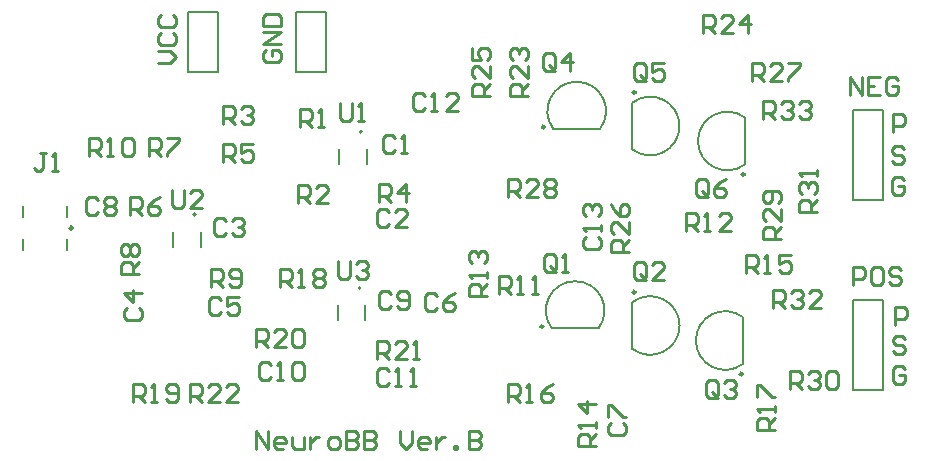
<source format=gbr>
%TF.GenerationSoftware,Altium Limited,Altium Designer,22.7.1 (60)*%
G04 Layer_Color=65535*
%FSLAX45Y45*%
%MOMM*%
%TF.SameCoordinates,8DF05635-03F1-411C-9BC5-7CD19558B576*%
%TF.FilePolarity,Positive*%
%TF.FileFunction,Legend,Top*%
%TF.Part,Single*%
G01*
G75*
%TA.AperFunction,NonConductor*%
%ADD25C,0.28000*%
%ADD26C,0.20000*%
%ADD27C,0.25000*%
%ADD28C,0.12700*%
%ADD29C,0.25400*%
D25*
X2999900Y4635500D02*
G03*
X2999900Y4635500I-14000J0D01*
G01*
D26*
X8689626Y5570098D02*
G03*
X8689626Y5174102I-150000J-197998D01*
G01*
X8671700Y3880998D02*
G03*
X8671700Y3485002I-150000J-197998D01*
G01*
X7449698Y3787000D02*
G03*
X7053702Y3787000I-197998J150000D01*
G01*
X5434400Y4127200D02*
G03*
X5434400Y4127200I-10000J0D01*
G01*
X4038660Y4750010D02*
G03*
X4038660Y4750010I-10000J0D01*
G01*
X7736700Y3612002D02*
G03*
X7736700Y4007998I150000J197998D01*
G01*
X7462398Y5476100D02*
G03*
X7066402Y5476100I-197998J150000D01*
G01*
X7736700Y5301102D02*
G03*
X7736700Y5697098I150000J197998D01*
G01*
X5445900Y5449500D02*
G03*
X5445900Y5449500I-10000J0D01*
G01*
X9601200Y4876800D02*
Y5638800D01*
Y4876800D02*
X9855200D01*
Y5638800D01*
X9601200D02*
X9855200D01*
X9601200Y3263900D02*
Y4025900D01*
Y3263900D02*
X9855200D01*
Y4025900D01*
X9601200D02*
X9855200D01*
X8689625Y5174102D02*
Y5570098D01*
X8671700Y3485002D02*
Y3880998D01*
X7053702Y3787000D02*
X7449698D01*
X7736700Y3612002D02*
Y4007998D01*
X7066402Y5476100D02*
X7462398D01*
X7736700Y5301102D02*
Y5697098D01*
X4889500Y6464300D02*
X5143500D01*
Y5956300D02*
Y6464300D01*
X4889500Y5956300D02*
X5143500D01*
X4889500D02*
Y6464300D01*
X3975100D02*
X4229100D01*
Y5956300D02*
Y6464300D01*
X3975100Y5956300D02*
X4229100D01*
X3975100D02*
Y6464300D01*
D27*
X8687126Y5089100D02*
G03*
X8687126Y5089100I-12500J0D01*
G01*
X8669200Y3400000D02*
G03*
X8669200Y3400000I-12500J0D01*
G01*
X6981200Y3802000D02*
G03*
X6981200Y3802000I-12500J0D01*
G01*
X7764200Y4093000D02*
G03*
X7764200Y4093000I-12500J0D01*
G01*
X6993900Y5491100D02*
G03*
X6993900Y5491100I-12500J0D01*
G01*
X7764200Y5782100D02*
G03*
X7764200Y5782100I-12500J0D01*
G01*
D28*
X2946900Y4445500D02*
Y4545500D01*
Y4725500D02*
Y4825500D01*
X2575900Y4445500D02*
Y4545500D01*
Y4725500D02*
Y4825500D01*
X5242400Y3854700D02*
Y3979700D01*
X5476400Y3854700D02*
Y3979700D01*
X3846660Y4477510D02*
Y4602510D01*
X4080660Y4477510D02*
Y4602510D01*
X5487900Y5177000D02*
Y5302000D01*
X5253900Y5177000D02*
Y5302000D01*
D29*
X9944100Y5448300D02*
Y5600651D01*
X10020275D01*
X10045667Y5575259D01*
Y5524475D01*
X10020275Y5499083D01*
X9944100D01*
X9959102Y3810845D02*
Y3963196D01*
X10035278D01*
X10060669Y3937804D01*
Y3887021D01*
X10035278Y3861629D01*
X9959102D01*
X10045667Y3441659D02*
X10020275Y3467051D01*
X9969492D01*
X9944100Y3441659D01*
Y3340092D01*
X9969492Y3314700D01*
X10020275D01*
X10045667Y3340092D01*
Y3390875D01*
X9994883D01*
X10032967Y5041859D02*
X10007575Y5067251D01*
X9956792D01*
X9931400Y5041859D01*
Y4940292D01*
X9956792Y4914900D01*
X10007575D01*
X10032967Y4940292D01*
Y4991075D01*
X9982183D01*
X10045667Y3695659D02*
X10020275Y3721051D01*
X9969492D01*
X9944100Y3695659D01*
Y3670267D01*
X9969492Y3644875D01*
X10020275D01*
X10045667Y3619483D01*
Y3594092D01*
X10020275Y3568700D01*
X9969492D01*
X9944100Y3594092D01*
X10032967Y5308559D02*
X10007575Y5333951D01*
X9956792D01*
X9931400Y5308559D01*
Y5283167D01*
X9956792Y5257775D01*
X10007575D01*
X10032967Y5232383D01*
Y5206992D01*
X10007575Y5181600D01*
X9956792D01*
X9931400Y5206992D01*
X8839266Y5562625D02*
Y5714975D01*
X8915441D01*
X8940833Y5689583D01*
Y5638800D01*
X8915441Y5613408D01*
X8839266D01*
X8890049D02*
X8940833Y5562625D01*
X8991617Y5689583D02*
X9017008Y5714975D01*
X9067792D01*
X9093184Y5689583D01*
Y5664192D01*
X9067792Y5638800D01*
X9042400D01*
X9067792D01*
X9093184Y5613408D01*
Y5588017D01*
X9067792Y5562625D01*
X9017008D01*
X8991617Y5588017D01*
X9143967Y5689583D02*
X9169359Y5714975D01*
X9220143D01*
X9245534Y5689583D01*
Y5664192D01*
X9220143Y5638800D01*
X9194751D01*
X9220143D01*
X9245534Y5613408D01*
Y5588017D01*
X9220143Y5562625D01*
X9169359D01*
X9143967Y5588017D01*
X9296375Y4775258D02*
X9144025D01*
Y4851433D01*
X9169417Y4876825D01*
X9220200D01*
X9245592Y4851433D01*
Y4775258D01*
Y4826041D02*
X9296375Y4876825D01*
X9169417Y4927608D02*
X9144025Y4953000D01*
Y5003784D01*
X9169417Y5029176D01*
X9194808D01*
X9220200Y5003784D01*
Y4978392D01*
Y5003784D01*
X9245592Y5029176D01*
X9270983D01*
X9296375Y5003784D01*
Y4953000D01*
X9270983Y4927608D01*
X9296375Y5079959D02*
Y5130743D01*
Y5105351D01*
X9144025D01*
X9169417Y5079959D01*
X9067866Y3276625D02*
Y3428975D01*
X9144041D01*
X9169433Y3403583D01*
Y3352800D01*
X9144041Y3327408D01*
X9067866D01*
X9118649D02*
X9169433Y3276625D01*
X9220217Y3403583D02*
X9245608Y3428975D01*
X9296392D01*
X9321784Y3403583D01*
Y3378192D01*
X9296392Y3352800D01*
X9271000D01*
X9296392D01*
X9321784Y3327408D01*
Y3302017D01*
X9296392Y3276625D01*
X9245608D01*
X9220217Y3302017D01*
X9372567Y3403583D02*
X9397959Y3428975D01*
X9448743D01*
X9474134Y3403583D01*
Y3302017D01*
X9448743Y3276625D01*
X9397959D01*
X9372567Y3302017D01*
Y3403583D01*
X8928166Y3962425D02*
Y4114775D01*
X9004341D01*
X9029733Y4089383D01*
Y4038600D01*
X9004341Y4013208D01*
X8928166D01*
X8978949D02*
X9029733Y3962425D01*
X9080517Y4089383D02*
X9105908Y4114775D01*
X9156692D01*
X9182084Y4089383D01*
Y4063992D01*
X9156692Y4038600D01*
X9131300D01*
X9156692D01*
X9182084Y4013208D01*
Y3987817D01*
X9156692Y3962425D01*
X9105908D01*
X9080517Y3987817D01*
X9334434Y3962425D02*
X9232867D01*
X9334434Y4063992D01*
Y4089383D01*
X9309043Y4114775D01*
X9258259D01*
X9232867Y4089383D01*
X5689308Y4076683D02*
X5663917Y4102075D01*
X5613133D01*
X5587741Y4076683D01*
Y3975117D01*
X5613133Y3949725D01*
X5663917D01*
X5689308Y3975117D01*
X5740092D02*
X5765484Y3949725D01*
X5816267D01*
X5841659Y3975117D01*
Y4076683D01*
X5816267Y4102075D01*
X5765484D01*
X5740092Y4076683D01*
Y4051292D01*
X5765484Y4025900D01*
X5841659D01*
X9601200Y4152900D02*
Y4305251D01*
X9677375D01*
X9702767Y4279859D01*
Y4229075D01*
X9677375Y4203683D01*
X9601200D01*
X9829726Y4305251D02*
X9778943D01*
X9753551Y4279859D01*
Y4178292D01*
X9778943Y4152900D01*
X9829726D01*
X9855118Y4178292D01*
Y4279859D01*
X9829726Y4305251D01*
X10007469Y4279859D02*
X9982077Y4305251D01*
X9931293D01*
X9905901Y4279859D01*
Y4254467D01*
X9931293Y4229075D01*
X9982077D01*
X10007469Y4203683D01*
Y4178292D01*
X9982077Y4152900D01*
X9931293D01*
X9905901Y4178292D01*
X9575800Y5765800D02*
Y5918151D01*
X9677367Y5765800D01*
Y5918151D01*
X9829718D02*
X9728151D01*
Y5765800D01*
X9829718D01*
X9728151Y5841975D02*
X9778934D01*
X9982069Y5892759D02*
X9956677Y5918151D01*
X9905893D01*
X9880501Y5892759D01*
Y5791192D01*
X9905893Y5765800D01*
X9956677D01*
X9982069Y5791192D01*
Y5841975D01*
X9931285D01*
X4546600Y2768600D02*
Y2920951D01*
X4648167Y2768600D01*
Y2920951D01*
X4775126Y2768600D02*
X4724343D01*
X4698951Y2793992D01*
Y2844775D01*
X4724343Y2870167D01*
X4775126D01*
X4800518Y2844775D01*
Y2819383D01*
X4698951D01*
X4851301Y2870167D02*
Y2793992D01*
X4876693Y2768600D01*
X4952869D01*
Y2870167D01*
X5003652D02*
Y2768600D01*
Y2819383D01*
X5029044Y2844775D01*
X5054436Y2870167D01*
X5079828D01*
X5181395Y2768600D02*
X5232178D01*
X5257570Y2793992D01*
Y2844775D01*
X5232178Y2870167D01*
X5181395D01*
X5156003Y2844775D01*
Y2793992D01*
X5181395Y2768600D01*
X5308354Y2920951D02*
Y2768600D01*
X5384529D01*
X5409921Y2793992D01*
Y2819383D01*
X5384529Y2844775D01*
X5308354D01*
X5384529D01*
X5409921Y2870167D01*
Y2895559D01*
X5384529Y2920951D01*
X5308354D01*
X5460704D02*
Y2768600D01*
X5536880D01*
X5562272Y2793992D01*
Y2819383D01*
X5536880Y2844775D01*
X5460704D01*
X5536880D01*
X5562272Y2870167D01*
Y2895559D01*
X5536880Y2920951D01*
X5460704D01*
X5765406D02*
Y2819383D01*
X5816189Y2768600D01*
X5866973Y2819383D01*
Y2920951D01*
X5993932Y2768600D02*
X5943148D01*
X5917757Y2793992D01*
Y2844775D01*
X5943148Y2870167D01*
X5993932D01*
X6019324Y2844775D01*
Y2819383D01*
X5917757D01*
X6070107Y2870167D02*
Y2768600D01*
Y2819383D01*
X6095499Y2844775D01*
X6120891Y2870167D01*
X6146283D01*
X6222458Y2768600D02*
Y2793992D01*
X6247850D01*
Y2768600D01*
X6222458D01*
X6349417Y2920951D02*
Y2768600D01*
X6425592D01*
X6450984Y2793992D01*
Y2819383D01*
X6425592Y2844775D01*
X6349417D01*
X6425592D01*
X6450984Y2870167D01*
Y2895559D01*
X6425592Y2920951D01*
X6349417D01*
X4635541Y6146767D02*
X4610149Y6121375D01*
Y6070592D01*
X4635541Y6045200D01*
X4737108D01*
X4762500Y6070592D01*
Y6121375D01*
X4737108Y6146767D01*
X4686325D01*
Y6095983D01*
X4762500Y6197551D02*
X4610149D01*
X4762500Y6299118D01*
X4610149D01*
Y6349901D02*
X4762500D01*
Y6426077D01*
X4737108Y6451469D01*
X4635541D01*
X4610149Y6426077D01*
Y6349901D01*
X3721149Y6032500D02*
X3822717D01*
X3873500Y6083283D01*
X3822717Y6134067D01*
X3721149D01*
X3746541Y6286418D02*
X3721149Y6261026D01*
Y6210243D01*
X3746541Y6184851D01*
X3848108D01*
X3873500Y6210243D01*
Y6261026D01*
X3848108Y6286418D01*
X3746541Y6438769D02*
X3721149Y6413377D01*
Y6362593D01*
X3746541Y6337201D01*
X3848108D01*
X3873500Y6362593D01*
Y6413377D01*
X3848108Y6438769D01*
X5245141Y4356075D02*
Y4229117D01*
X5270533Y4203725D01*
X5321317D01*
X5346708Y4229117D01*
Y4356075D01*
X5397492Y4330683D02*
X5422884Y4356075D01*
X5473667D01*
X5499059Y4330683D01*
Y4305292D01*
X5473667Y4279900D01*
X5448275D01*
X5473667D01*
X5499059Y4254508D01*
Y4229117D01*
X5473667Y4203725D01*
X5422884D01*
X5397492Y4229117D01*
X3836701Y4959085D02*
Y4832126D01*
X3862093Y4806734D01*
X3912876D01*
X3938268Y4832126D01*
Y4959085D01*
X4090619Y4806734D02*
X3989051D01*
X4090619Y4908302D01*
Y4933693D01*
X4065227Y4959085D01*
X4014443D01*
X3989051Y4933693D01*
X5260340Y5697171D02*
Y5570212D01*
X5285732Y5544820D01*
X5336515D01*
X5361907Y5570212D01*
Y5697171D01*
X5412691Y5544820D02*
X5463474D01*
X5438083D01*
Y5697171D01*
X5412691Y5671779D01*
X8991575Y4546666D02*
X8839225D01*
Y4622841D01*
X8864617Y4648233D01*
X8915400D01*
X8940792Y4622841D01*
Y4546666D01*
Y4597449D02*
X8991575Y4648233D01*
Y4800584D02*
Y4699017D01*
X8890008Y4800584D01*
X8864617D01*
X8839225Y4775192D01*
Y4724408D01*
X8864617Y4699017D01*
X8966183Y4851367D02*
X8991575Y4876759D01*
Y4927543D01*
X8966183Y4952934D01*
X8864617D01*
X8839225Y4927543D01*
Y4876759D01*
X8864617Y4851367D01*
X8890008D01*
X8915400Y4876759D01*
Y4952934D01*
X6680266Y4895725D02*
Y5048076D01*
X6756441D01*
X6781833Y5022684D01*
Y4971900D01*
X6756441Y4946508D01*
X6680266D01*
X6731049D02*
X6781833Y4895725D01*
X6934183D02*
X6832616D01*
X6934183Y4997292D01*
Y5022684D01*
X6908792Y5048076D01*
X6858008D01*
X6832616Y5022684D01*
X6984967D02*
X7010359Y5048076D01*
X7061142D01*
X7086534Y5022684D01*
Y4997292D01*
X7061142Y4971900D01*
X7086534Y4946508D01*
Y4921117D01*
X7061142Y4895725D01*
X7010359D01*
X6984967Y4921117D01*
Y4946508D01*
X7010359Y4971900D01*
X6984967Y4997292D01*
Y5022684D01*
X7010359Y4971900D02*
X7061142D01*
X8750366Y5880125D02*
Y6032475D01*
X8826541D01*
X8851933Y6007083D01*
Y5956300D01*
X8826541Y5930908D01*
X8750366D01*
X8801149D02*
X8851933Y5880125D01*
X9004284D02*
X8902717D01*
X9004284Y5981692D01*
Y6007083D01*
X8978892Y6032475D01*
X8928108D01*
X8902717Y6007083D01*
X9055067Y6032475D02*
X9156634D01*
Y6007083D01*
X9055067Y5905517D01*
Y5880125D01*
X7708875Y4432366D02*
X7556524D01*
Y4508541D01*
X7581916Y4533933D01*
X7632700D01*
X7658092Y4508541D01*
Y4432366D01*
Y4483149D02*
X7708875Y4533933D01*
Y4686283D02*
Y4584716D01*
X7607308Y4686283D01*
X7581916D01*
X7556524Y4660892D01*
Y4610108D01*
X7581916Y4584716D01*
X7556524Y4838634D02*
X7581916Y4787850D01*
X7632700Y4737067D01*
X7683483D01*
X7708875Y4762459D01*
Y4813242D01*
X7683483Y4838634D01*
X7658092D01*
X7632700Y4813242D01*
Y4737067D01*
X6527358Y5754571D02*
X6375007D01*
Y5830747D01*
X6400399Y5856138D01*
X6451183D01*
X6476575Y5830747D01*
Y5754571D01*
Y5805355D02*
X6527358Y5856138D01*
Y6008489D02*
Y5906922D01*
X6425791Y6008489D01*
X6400399D01*
X6375007Y5983097D01*
Y5932314D01*
X6400399Y5906922D01*
X6375007Y6160840D02*
Y6059273D01*
X6451183D01*
X6425791Y6110056D01*
Y6135448D01*
X6451183Y6160840D01*
X6501966D01*
X6527358Y6135448D01*
Y6084664D01*
X6501966Y6059273D01*
X8331266Y6286525D02*
Y6438875D01*
X8407441D01*
X8432833Y6413483D01*
Y6362700D01*
X8407441Y6337308D01*
X8331266D01*
X8382049D02*
X8432833Y6286525D01*
X8585184D02*
X8483617D01*
X8585184Y6388092D01*
Y6413483D01*
X8559792Y6438875D01*
X8509008D01*
X8483617Y6413483D01*
X8712143Y6286525D02*
Y6438875D01*
X8635967Y6362700D01*
X8737534D01*
X6851775Y5753166D02*
X6699424D01*
Y5829341D01*
X6724816Y5854733D01*
X6775600D01*
X6800992Y5829341D01*
Y5753166D01*
Y5803949D02*
X6851775Y5854733D01*
Y6007084D02*
Y5905517D01*
X6750208Y6007084D01*
X6724816D01*
X6699424Y5981692D01*
Y5930908D01*
X6724816Y5905517D01*
Y6057867D02*
X6699424Y6083259D01*
Y6134043D01*
X6724816Y6159434D01*
X6750208D01*
X6775600Y6134043D01*
Y6108651D01*
Y6134043D01*
X6800992Y6159434D01*
X6826383D01*
X6851775Y6134043D01*
Y6083259D01*
X6826383Y6057867D01*
X3988166Y3162325D02*
Y3314675D01*
X4064341D01*
X4089733Y3289283D01*
Y3238500D01*
X4064341Y3213108D01*
X3988166D01*
X4038949D02*
X4089733Y3162325D01*
X4242084D02*
X4140516D01*
X4242084Y3263892D01*
Y3289283D01*
X4216692Y3314675D01*
X4165908D01*
X4140516Y3289283D01*
X4394434Y3162325D02*
X4292867D01*
X4394434Y3263892D01*
Y3289283D01*
X4369043Y3314675D01*
X4318259D01*
X4292867Y3289283D01*
X5575358Y3530625D02*
Y3682975D01*
X5651533D01*
X5676925Y3657583D01*
Y3606800D01*
X5651533Y3581408D01*
X5575358D01*
X5626141D02*
X5676925Y3530625D01*
X5829276D02*
X5727708D01*
X5829276Y3632192D01*
Y3657583D01*
X5803884Y3682975D01*
X5753100D01*
X5727708Y3657583D01*
X5880059Y3530625D02*
X5930843D01*
X5905451D01*
Y3682975D01*
X5880059Y3657583D01*
X4546666Y3632225D02*
Y3784575D01*
X4622841D01*
X4648233Y3759183D01*
Y3708400D01*
X4622841Y3683008D01*
X4546666D01*
X4597449D02*
X4648233Y3632225D01*
X4800584D02*
X4699017D01*
X4800584Y3733792D01*
Y3759183D01*
X4775192Y3784575D01*
X4724408D01*
X4699017Y3759183D01*
X4851367D02*
X4876759Y3784575D01*
X4927543D01*
X4952934Y3759183D01*
Y3657617D01*
X4927543Y3632225D01*
X4876759D01*
X4851367Y3657617D01*
Y3759183D01*
X3505562Y3162325D02*
Y3314675D01*
X3581737D01*
X3607129Y3289283D01*
Y3238500D01*
X3581737Y3213108D01*
X3505562D01*
X3556345D02*
X3607129Y3162325D01*
X3657912D02*
X3708696D01*
X3683304D01*
Y3314675D01*
X3657912Y3289283D01*
X3784871Y3187717D02*
X3810263Y3162325D01*
X3861047D01*
X3886439Y3187717D01*
Y3289283D01*
X3861047Y3314675D01*
X3810263D01*
X3784871Y3289283D01*
Y3263892D01*
X3810263Y3238500D01*
X3886439D01*
X4756062Y4140225D02*
Y4292576D01*
X4832237D01*
X4857629Y4267184D01*
Y4216400D01*
X4832237Y4191008D01*
X4756062D01*
X4806845D02*
X4857629Y4140225D01*
X4908413D02*
X4959196D01*
X4933804D01*
Y4292576D01*
X4908413Y4267184D01*
X5035371D02*
X5060763Y4292576D01*
X5111547D01*
X5136939Y4267184D01*
Y4241792D01*
X5111547Y4216400D01*
X5136939Y4191008D01*
Y4165617D01*
X5111547Y4140225D01*
X5060763D01*
X5035371Y4165617D01*
Y4191008D01*
X5060763Y4216400D01*
X5035371Y4241792D01*
Y4267184D01*
X5060763Y4216400D02*
X5111547D01*
X8944535Y2925750D02*
X8792184D01*
Y3001926D01*
X8817576Y3027318D01*
X8868359D01*
X8893751Y3001926D01*
Y2925750D01*
Y2976534D02*
X8944535Y3027318D01*
Y3078101D02*
Y3128885D01*
Y3103493D01*
X8792184D01*
X8817576Y3078101D01*
X8792184Y3205060D02*
Y3306627D01*
X8817576D01*
X8919143Y3205060D01*
X8944535D01*
X6680262Y3162325D02*
Y3314675D01*
X6756437D01*
X6781829Y3289283D01*
Y3238500D01*
X6756437Y3213108D01*
X6680262D01*
X6731045D02*
X6781829Y3162325D01*
X6832612D02*
X6883396D01*
X6858004D01*
Y3314675D01*
X6832612Y3289283D01*
X7061139Y3314675D02*
X7010355Y3289283D01*
X6959571Y3238500D01*
Y3187717D01*
X6984963Y3162325D01*
X7035747D01*
X7061139Y3187717D01*
Y3213108D01*
X7035747Y3238500D01*
X6959571D01*
X8699562Y4254525D02*
Y4406875D01*
X8775737D01*
X8801129Y4381483D01*
Y4330700D01*
X8775737Y4305308D01*
X8699562D01*
X8750345D02*
X8801129Y4254525D01*
X8851912D02*
X8902696D01*
X8877304D01*
Y4406875D01*
X8851912Y4381483D01*
X9080439Y4406875D02*
X8978871D01*
Y4330700D01*
X9029655Y4356092D01*
X9055047D01*
X9080439Y4330700D01*
Y4279917D01*
X9055047Y4254525D01*
X9004263D01*
X8978871Y4279917D01*
X7429475Y2787562D02*
X7277124D01*
Y2863737D01*
X7302516Y2889129D01*
X7353300D01*
X7378692Y2863737D01*
Y2787562D01*
Y2838345D02*
X7429475Y2889129D01*
Y2939913D02*
Y2990696D01*
Y2965304D01*
X7277124D01*
X7302516Y2939913D01*
X7429475Y3143047D02*
X7277124D01*
X7353300Y3066871D01*
Y3168439D01*
X6502375Y4063762D02*
X6350025D01*
Y4139937D01*
X6375417Y4165329D01*
X6426200D01*
X6451592Y4139937D01*
Y4063762D01*
Y4114545D02*
X6502375Y4165329D01*
Y4216112D02*
Y4266896D01*
Y4241504D01*
X6350025D01*
X6375417Y4216112D01*
Y4343071D02*
X6350025Y4368463D01*
Y4419247D01*
X6375417Y4444639D01*
X6400808D01*
X6426200Y4419247D01*
Y4393855D01*
Y4419247D01*
X6451592Y4444639D01*
X6476983D01*
X6502375Y4419247D01*
Y4368463D01*
X6476983Y4343071D01*
X8191562Y4610125D02*
Y4762475D01*
X8267737D01*
X8293129Y4737083D01*
Y4686300D01*
X8267737Y4660908D01*
X8191562D01*
X8242345D02*
X8293129Y4610125D01*
X8343912D02*
X8394696D01*
X8369304D01*
Y4762475D01*
X8343912Y4737083D01*
X8572439Y4610125D02*
X8470871D01*
X8572439Y4711692D01*
Y4737083D01*
X8547047Y4762475D01*
X8496263D01*
X8470871Y4737083D01*
X6604054Y4076725D02*
Y4229075D01*
X6680229D01*
X6705621Y4203683D01*
Y4152900D01*
X6680229Y4127508D01*
X6604054D01*
X6654837D02*
X6705621Y4076725D01*
X6756404D02*
X6807188D01*
X6781796D01*
Y4229075D01*
X6756404Y4203683D01*
X6883363Y4076725D02*
X6934147D01*
X6908755D01*
Y4229075D01*
X6883363Y4203683D01*
X3136962Y5245125D02*
Y5397475D01*
X3213137D01*
X3238529Y5372083D01*
Y5321300D01*
X3213137Y5295908D01*
X3136962D01*
X3187745D02*
X3238529Y5245125D01*
X3289312D02*
X3340096D01*
X3314704D01*
Y5397475D01*
X3289312Y5372083D01*
X3416271D02*
X3441663Y5397475D01*
X3492447D01*
X3517839Y5372083D01*
Y5270517D01*
X3492447Y5245125D01*
X3441663D01*
X3416271Y5270517D01*
Y5372083D01*
X4165941Y4140225D02*
Y4292575D01*
X4242116D01*
X4267508Y4267183D01*
Y4216400D01*
X4242116Y4191008D01*
X4165941D01*
X4216725D02*
X4267508Y4140225D01*
X4318292Y4165617D02*
X4343684Y4140225D01*
X4394467D01*
X4419859Y4165617D01*
Y4267183D01*
X4394467Y4292575D01*
X4343684D01*
X4318292Y4267183D01*
Y4241792D01*
X4343684Y4216400D01*
X4419859D01*
X3559383Y4246113D02*
X3407032D01*
Y4322289D01*
X3432424Y4347681D01*
X3483207D01*
X3508599Y4322289D01*
Y4246113D01*
Y4296897D02*
X3559383Y4347681D01*
X3432424Y4398464D02*
X3407032Y4423856D01*
Y4474640D01*
X3432424Y4500031D01*
X3457816D01*
X3483207Y4474640D01*
X3508599Y4500031D01*
X3533991D01*
X3559383Y4474640D01*
Y4423856D01*
X3533991Y4398464D01*
X3508599D01*
X3483207Y4423856D01*
X3457816Y4398464D01*
X3432424D01*
X3483207Y4423856D02*
Y4474640D01*
X3644941Y5245125D02*
Y5397475D01*
X3721117D01*
X3746508Y5372083D01*
Y5321300D01*
X3721117Y5295908D01*
X3644941D01*
X3695725D02*
X3746508Y5245125D01*
X3797292Y5397475D02*
X3898859D01*
Y5372083D01*
X3797292Y5270517D01*
Y5245125D01*
X3479841Y4749825D02*
Y4902175D01*
X3556017D01*
X3581408Y4876783D01*
Y4826000D01*
X3556017Y4800608D01*
X3479841D01*
X3530625D02*
X3581408Y4749825D01*
X3733759Y4902175D02*
X3682975Y4876783D01*
X3632192Y4826000D01*
Y4775217D01*
X3657584Y4749825D01*
X3708367D01*
X3733759Y4775217D01*
Y4800608D01*
X3708367Y4826000D01*
X3632192D01*
X4267541Y5194325D02*
Y5346675D01*
X4343716D01*
X4369108Y5321283D01*
Y5270500D01*
X4343716Y5245108D01*
X4267541D01*
X4318325D02*
X4369108Y5194325D01*
X4521459Y5346675D02*
X4419892D01*
Y5270500D01*
X4470675Y5295892D01*
X4496067D01*
X4521459Y5270500D01*
Y5219717D01*
X4496067Y5194325D01*
X4445284D01*
X4419892Y5219717D01*
X5586841Y4858525D02*
Y5010875D01*
X5663016D01*
X5688408Y4985484D01*
Y4934700D01*
X5663016Y4909308D01*
X5586841D01*
X5637624D02*
X5688408Y4858525D01*
X5815367D02*
Y5010875D01*
X5739192Y4934700D01*
X5840759D01*
X4266041Y5518925D02*
Y5671275D01*
X4342216D01*
X4367608Y5645884D01*
Y5595100D01*
X4342216Y5569708D01*
X4266041D01*
X4316824D02*
X4367608Y5518925D01*
X4418392Y5645884D02*
X4443784Y5671275D01*
X4494567D01*
X4519959Y5645884D01*
Y5620492D01*
X4494567Y5595100D01*
X4469175D01*
X4494567D01*
X4519959Y5569708D01*
Y5544317D01*
X4494567Y5518925D01*
X4443784D01*
X4418392Y5544317D01*
X4902541Y4851425D02*
Y5003775D01*
X4978716D01*
X5004108Y4978383D01*
Y4927600D01*
X4978716Y4902208D01*
X4902541D01*
X4953325D02*
X5004108Y4851425D01*
X5156459D02*
X5054892D01*
X5156459Y4952992D01*
Y4978383D01*
X5131067Y5003775D01*
X5080284D01*
X5054892Y4978383D01*
X4919980Y5488940D02*
Y5641291D01*
X4996155D01*
X5021547Y5615899D01*
Y5565115D01*
X4996155Y5539723D01*
X4919980D01*
X4970763D02*
X5021547Y5488940D01*
X5072331D02*
X5123114D01*
X5097723D01*
Y5641291D01*
X5072331Y5615899D01*
X8374534Y4927617D02*
Y5029183D01*
X8349142Y5054575D01*
X8298359D01*
X8272967Y5029183D01*
Y4927617D01*
X8298359Y4902225D01*
X8349142D01*
X8323750Y4953008D02*
X8374534Y4902225D01*
X8349142D02*
X8374534Y4927617D01*
X8526885Y5054575D02*
X8476101Y5029183D01*
X8425318Y4978400D01*
Y4927617D01*
X8450710Y4902225D01*
X8501493D01*
X8526885Y4927617D01*
Y4953008D01*
X8501493Y4978400D01*
X8425318D01*
X7853647Y5908032D02*
Y6009599D01*
X7828255Y6034991D01*
X7777472D01*
X7752080Y6009599D01*
Y5908032D01*
X7777472Y5882640D01*
X7828255D01*
X7802863Y5933423D02*
X7853647Y5882640D01*
X7828255D02*
X7853647Y5908032D01*
X8005998Y6034991D02*
X7904431D01*
Y5958815D01*
X7955214Y5984207D01*
X7980606D01*
X8005998Y5958815D01*
Y5908032D01*
X7980606Y5882640D01*
X7929823D01*
X7904431Y5908032D01*
X7084027Y5986772D02*
Y6088339D01*
X7058635Y6113731D01*
X7007852D01*
X6982460Y6088339D01*
Y5986772D01*
X7007852Y5961380D01*
X7058635D01*
X7033243Y6012163D02*
X7084027Y5961380D01*
X7058635D02*
X7084027Y5986772D01*
X7210986Y5961380D02*
Y6113731D01*
X7134811Y6037555D01*
X7236378D01*
X8458208Y3225817D02*
Y3327383D01*
X8432817Y3352775D01*
X8382033D01*
X8356641Y3327383D01*
Y3225817D01*
X8382033Y3200425D01*
X8432817D01*
X8407425Y3251208D02*
X8458208Y3200425D01*
X8432817D02*
X8458208Y3225817D01*
X8508992Y3327383D02*
X8534384Y3352775D01*
X8585167D01*
X8610559Y3327383D01*
Y3301992D01*
X8585167Y3276600D01*
X8559775D01*
X8585167D01*
X8610559Y3251208D01*
Y3225817D01*
X8585167Y3200425D01*
X8534384D01*
X8508992Y3225817D01*
X7853647Y4218932D02*
Y4320499D01*
X7828255Y4345891D01*
X7777472D01*
X7752080Y4320499D01*
Y4218932D01*
X7777472Y4193540D01*
X7828255D01*
X7802863Y4244323D02*
X7853647Y4193540D01*
X7828255D02*
X7853647Y4218932D01*
X8005998Y4193540D02*
X7904431D01*
X8005998Y4295107D01*
Y4320499D01*
X7980606Y4345891D01*
X7929823D01*
X7904431Y4320499D01*
X7086600Y4292617D02*
Y4394183D01*
X7061208Y4419575D01*
X7010425D01*
X6985033Y4394183D01*
Y4292617D01*
X7010425Y4267225D01*
X7061208D01*
X7035817Y4318008D02*
X7086600Y4267225D01*
X7061208D02*
X7086600Y4292617D01*
X7137384Y4267225D02*
X7188167D01*
X7162776D01*
Y4419575D01*
X7137384Y4394183D01*
X2768600Y5270475D02*
X2717817D01*
X2743208D01*
Y5143517D01*
X2717817Y5118125D01*
X2692425D01*
X2667033Y5143517D01*
X2819384Y5118125D02*
X2870167D01*
X2844776D01*
Y5270475D01*
X2819384Y5245083D01*
X7340617Y4559329D02*
X7315225Y4533937D01*
Y4483154D01*
X7340617Y4457762D01*
X7442183D01*
X7467575Y4483154D01*
Y4533937D01*
X7442183Y4559329D01*
X7467575Y4610112D02*
Y4660896D01*
Y4635504D01*
X7315225D01*
X7340617Y4610112D01*
Y4737071D02*
X7315225Y4762463D01*
Y4813247D01*
X7340617Y4838639D01*
X7366008D01*
X7391400Y4813247D01*
Y4787855D01*
Y4813247D01*
X7416792Y4838639D01*
X7442183D01*
X7467575Y4813247D01*
Y4762463D01*
X7442183Y4737071D01*
X5983066Y5754259D02*
X5957674Y5779651D01*
X5906891D01*
X5881499Y5754259D01*
Y5652692D01*
X5906891Y5627300D01*
X5957674D01*
X5983066Y5652692D01*
X6033850Y5627300D02*
X6084633D01*
X6059241D01*
Y5779651D01*
X6033850Y5754259D01*
X6262376Y5627300D02*
X6160808D01*
X6262376Y5728867D01*
Y5754259D01*
X6236984Y5779651D01*
X6186200D01*
X6160808Y5754259D01*
X5676921Y3428983D02*
X5651529Y3454375D01*
X5600745D01*
X5575354Y3428983D01*
Y3327417D01*
X5600745Y3302025D01*
X5651529D01*
X5676921Y3327417D01*
X5727704Y3302025D02*
X5778488D01*
X5753096D01*
Y3454375D01*
X5727704Y3428983D01*
X5854663Y3302025D02*
X5905447D01*
X5880055D01*
Y3454375D01*
X5854663Y3428983D01*
X4673629Y3479783D02*
X4648237Y3505175D01*
X4597454D01*
X4572062Y3479783D01*
Y3378217D01*
X4597454Y3352825D01*
X4648237D01*
X4673629Y3378217D01*
X4724412Y3352825D02*
X4775196D01*
X4749804D01*
Y3505175D01*
X4724412Y3479783D01*
X4851371D02*
X4876763Y3505175D01*
X4927547D01*
X4952939Y3479783D01*
Y3378217D01*
X4927547Y3352825D01*
X4876763D01*
X4851371Y3378217D01*
Y3479783D01*
X3213108Y4876783D02*
X3187717Y4902175D01*
X3136933D01*
X3111541Y4876783D01*
Y4775217D01*
X3136933Y4749825D01*
X3187717D01*
X3213108Y4775217D01*
X3263892Y4876783D02*
X3289284Y4902175D01*
X3340067D01*
X3365459Y4876783D01*
Y4851392D01*
X3340067Y4826000D01*
X3365459Y4800608D01*
Y4775217D01*
X3340067Y4749825D01*
X3289284D01*
X3263892Y4775217D01*
Y4800608D01*
X3289284Y4826000D01*
X3263892Y4851392D01*
Y4876783D01*
X3289284Y4826000D02*
X3340067D01*
X7556517Y2984508D02*
X7531125Y2959117D01*
Y2908333D01*
X7556517Y2882941D01*
X7658083D01*
X7683475Y2908333D01*
Y2959117D01*
X7658083Y2984508D01*
X7531125Y3035292D02*
Y3136859D01*
X7556517D01*
X7658083Y3035292D01*
X7683475D01*
X6083308Y4063983D02*
X6057917Y4089375D01*
X6007133D01*
X5981741Y4063983D01*
Y3962417D01*
X6007133Y3937025D01*
X6057917D01*
X6083308Y3962417D01*
X6235659Y4089375D02*
X6184875Y4063983D01*
X6134092Y4013200D01*
Y3962417D01*
X6159484Y3937025D01*
X6210267D01*
X6235659Y3962417D01*
Y3987808D01*
X6210267Y4013200D01*
X6134092D01*
X4254808Y4025883D02*
X4229416Y4051275D01*
X4178633D01*
X4153241Y4025883D01*
Y3924317D01*
X4178633Y3898925D01*
X4229416D01*
X4254808Y3924317D01*
X4407159Y4051275D02*
X4305592D01*
Y3975100D01*
X4356375Y4000492D01*
X4381767D01*
X4407159Y3975100D01*
Y3924317D01*
X4381767Y3898925D01*
X4330984D01*
X4305592Y3924317D01*
X3457824Y3954138D02*
X3432432Y3928746D01*
Y3877963D01*
X3457824Y3852571D01*
X3559391D01*
X3584783Y3877963D01*
Y3928746D01*
X3559391Y3954138D01*
X3584783Y4081097D02*
X3432432D01*
X3508607Y4004921D01*
Y4106489D01*
X4292908Y4698983D02*
X4267516Y4724375D01*
X4216733D01*
X4191341Y4698983D01*
Y4597417D01*
X4216733Y4572025D01*
X4267516D01*
X4292908Y4597417D01*
X4343692Y4698983D02*
X4369084Y4724375D01*
X4419867D01*
X4445259Y4698983D01*
Y4673592D01*
X4419867Y4648200D01*
X4394475D01*
X4419867D01*
X4445259Y4622808D01*
Y4597417D01*
X4419867Y4572025D01*
X4369084D01*
X4343692Y4597417D01*
X5675708Y4769584D02*
X5650316Y4794975D01*
X5599533D01*
X5574141Y4769584D01*
Y4668017D01*
X5599533Y4642625D01*
X5650316D01*
X5675708Y4668017D01*
X5828059Y4642625D02*
X5726492D01*
X5828059Y4744192D01*
Y4769584D01*
X5802667Y4794975D01*
X5751884D01*
X5726492Y4769584D01*
X5728000Y5397483D02*
X5702608Y5422875D01*
X5651825D01*
X5626433Y5397483D01*
Y5295917D01*
X5651825Y5270525D01*
X5702608D01*
X5728000Y5295917D01*
X5778784Y5270525D02*
X5829567D01*
X5804176D01*
Y5422875D01*
X5778784Y5397483D01*
%TF.MD5,95e2ddde295024da8b34f5e89bb002b7*%
M02*

</source>
